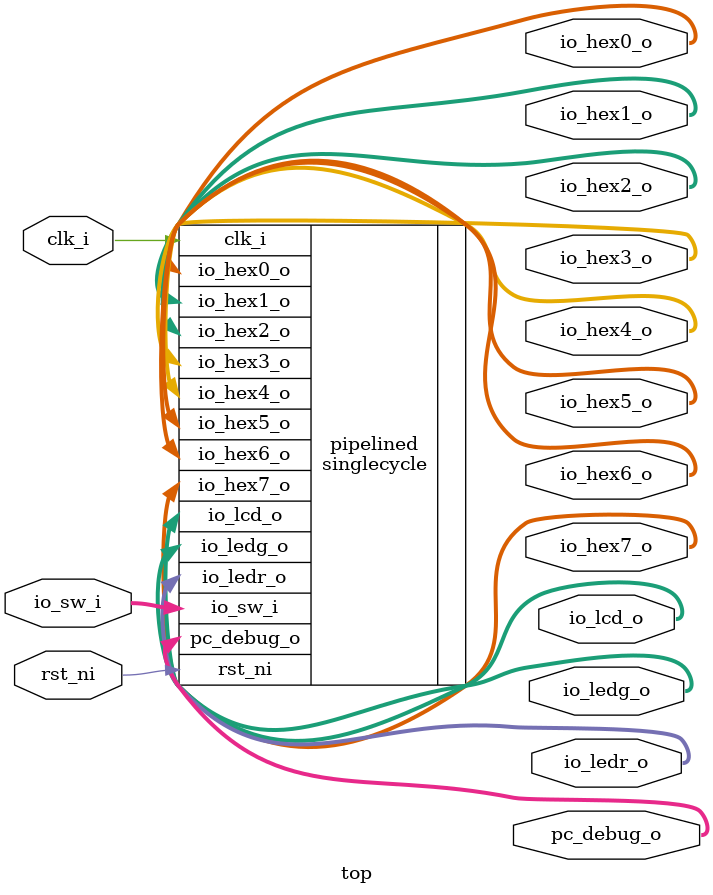
<source format=sv>
`default_nettype none

module top
(
  // Peripheral
  input  logic [31:0]      io_sw_i   ,
  output logic [31:0]      io_lcd_o  ,
  output logic [31:0]      io_ledg_o ,
  output logic [31:0]      io_ledr_o ,
  output logic [31:0]      io_hex0_o ,
  output logic [31:0]      io_hex1_o ,
  output logic [31:0]      io_hex2_o ,
  output logic [31:0]      io_hex3_o ,
  output logic [31:0]      io_hex4_o ,
  output logic [31:0]      io_hex5_o ,
  output logic [31:0]      io_hex6_o ,
  output logic [31:0]      io_hex7_o ,

  output logic [31:0]      pc_debug_o,

  // Clock and asynchronous reset active low
  input  logic             clk_i     ,
  input  logic             rst_ni
);

  singlecycle pipelined (
    .io_sw_i   (io_sw_i   ),
    .io_lcd_o  (io_lcd_o  ),
    .io_ledg_o (io_ledg_o ),
    .io_ledr_o (io_ledr_o ),
    .io_hex0_o (io_hex0_o ),
    .io_hex1_o (io_hex1_o ),
    .io_hex2_o (io_hex2_o ),
    .io_hex3_o (io_hex3_o ),
    .io_hex4_o (io_hex4_o ),
    .io_hex5_o (io_hex5_o ),
    .io_hex6_o (io_hex6_o ),
    .io_hex7_o (io_hex7_o ),
    .pc_debug_o(pc_debug_o),
    .clk_i     (clk_i     ),
    .rst_ni    (rst_ni    )
  );

endmodule : top

</source>
